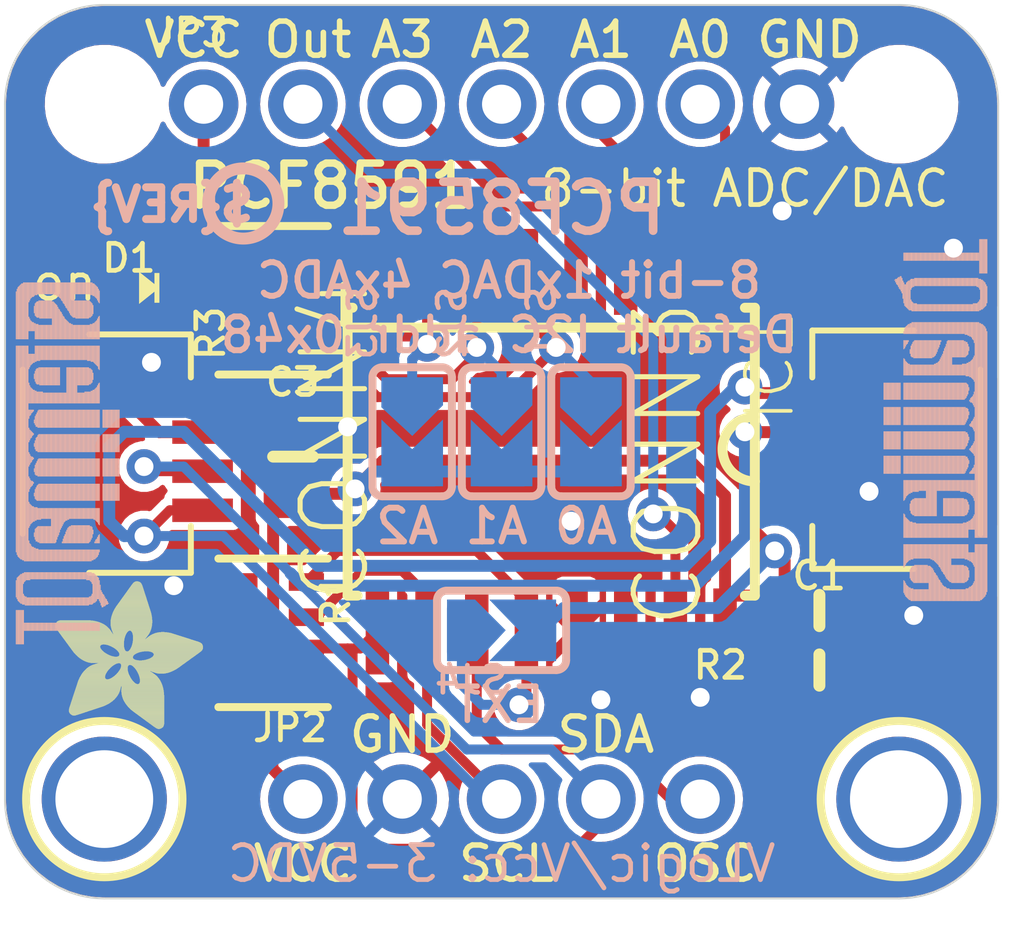
<source format=kicad_pcb>
(kicad_pcb (version 20221018) (generator pcbnew)
  (layers (0 "F.Cu" signal) (31 "B.Cu" signal) (34 "B.Paste" user) (35 "F.Paste" user) (36 "B.SilkS" user "B.Silkscreen") (37 "F.SilkS" user "F.Silkscreen") (38 "B.Mask" user) (39 "F.Mask" user) (44 "Edge.Cuts" user))
  (net 0 "")
  (net 1 "GND")
  (net 2 "SDA")
  (net 3 "SCL")
  (net 4 "VCC")
  (net 5 "AOUT")
  (net 6 "N$4")
  (net 7 "OSC")
  (net 8 "A2")
  (net 9 "A1")
  (net 10 "A0")
  (net 11 "EXT")
  (net 12 "AIN0")
  (net 13 "AIN1")
  (net 14 "AIN2")
  (net 15 "AIN3")
  (net 16 "N$1")
  (footprint "working:MOUNTINGHOLE_2.5_PLATED" (layer "F.Cu") (at 158.6611 113.8936)
    (fp_text reference "U$21" hide)
    (fp_text value "MOUNTINGHOLE2.5" hide)
    (pad "P$1" thru_hole circle (at 0 0) (size 3.2 3.2) (drill 2.5) (layers "*.Cu" "*.Mask"))
    (zone (net 0) (net_name "") (layer "F.Cu") (connect_pads (clearance 0)) (min_thickness 0.25)
      (keepout (tracks not_allowed) (vias not_allowed) (pads not_allowed) (copperpour not_allowed) (footprints allowed))
      (fill (thermal_gap 0.5) (thermal_bridge_width 0.5))
      (polygon (pts (xy 160.6771 113.8936) (xy 160.65748 113.613027) (xy 160.599004 113.337915) (xy 160.502808 113.073619) (xy 160.370765 112.825283) (xy 160.205446 112.59774) (xy 160.010067 112.39542) (xy 159.788433 112.22226) (xy 159.544856 112.081631) (xy 159.284078 111.97627) (xy 159.011175 111.908228) (xy 158.731457 111.878828) (xy 158.450371 111.888644) (xy 158.173385 111.937484) (xy 157.905893 112.024397) (xy 157.6531 112.147693) (xy 157.419926 112.30497) (xy 157.210911 112.493169) (xy 157.030122 112.708625) (xy 156.881078 112.947145) (xy 156.76668 113.204087) (xy 156.689154 113.47445) (xy 156.650011 113.752971) (xy 156.650011 114.034229) (xy 156.689154 114.31275) (xy 156.76668 114.583113) (xy 156.881078 114.840055) (xy 157.030122 115.078575) (xy 157.210911 115.294031) (xy 157.419926 115.48223) (xy 157.6531 115.639507) (xy 157.905893 115.762803) (xy 158.173385 115.849716) (xy 158.450371 115.898556) (xy 158.731457 115.908372) (xy 159.011175 115.878972) (xy 159.284078 115.81093) (xy 159.544856 115.705569) (xy 159.788433 115.56494) (xy 160.010067 115.39178) (xy 160.205446 115.18946) (xy 160.370765 114.961917) (xy 160.502808 114.713581) (xy 160.599004 114.449285) (xy 160.65748 114.174173)))
      (polygon (pts (xy 158.6451 113.8936) (xy 158.649786 113.904914) (xy 158.6611 113.9096) (xy 158.672414 113.904914) (xy 158.6771 113.8936) (xy 158.672414 113.882286) (xy 158.6611 113.8776) (xy 158.649786 113.882286)))
    )
    (zone (net 0) (net_name "") (layer "B.Cu") (connect_pads (clearance 0)) (min_thickness 0.25)
      (keepout (tracks not_allowed) (vias not_allowed) (pads not_allowed) (copperpour not_allowed) (footprints allowed))
      (fill (thermal_gap 0.5) (thermal_bridge_width 0.5))
      (polygon (pts (xy 160.6771 113.8936) (xy 160.65748 113.613027) (xy 160.599004 113.337915) (xy 160.502808 113.073619) (xy 160.370765 112.825283) (xy 160.205446 112.59774) (xy 160.010067 112.39542) (xy 159.788433 112.22226) (xy 159.544856 112.081631) (xy 159.284078 111.97627) (xy 159.011175 111.908228) (xy 158.731457 111.878828) (xy 158.450371 111.888644) (xy 158.173385 111.937484) (xy 157.905893 112.024397) (xy 157.6531 112.147693) (xy 157.419926 112.30497) (xy 157.210911 112.493169) (xy 157.030122 112.708625) (xy 156.881078 112.947145) (xy 156.76668 113.204087) (xy 156.689154 113.47445) (xy 156.650011 113.752971) (xy 156.650011 114.034229) (xy 156.689154 114.31275) (xy 156.76668 114.583113) (xy 156.881078 114.840055) (xy 157.030122 115.078575) (xy 157.210911 115.294031) (xy 157.419926 115.48223) (xy 157.6531 115.639507) (xy 157.905893 115.762803) (xy 158.173385 115.849716) (xy 158.450371 115.898556) (xy 158.731457 115.908372) (xy 159.011175 115.878972) (xy 159.284078 115.81093) (xy 159.544856 115.705569) (xy 159.788433 115.56494) (xy 160.010067 115.39178) (xy 160.205446 115.18946) (xy 160.370765 114.961917) (xy 160.502808 114.713581) (xy 160.599004 114.449285) (xy 160.65748 114.174173)))
      (polygon (pts (xy 158.6451 113.8936) (xy 158.649786 113.904914) (xy 158.6611 113.9096) (xy 158.672414 113.904914) (xy 158.6771 113.8936) (xy 158.672414 113.882286) (xy 158.6611 113.8776) (xy 158.649786 113.882286)))
    )
  )
  (footprint "working:FIDUCIAL_1MM" (layer "F.Cu") (at 138.0871 98.6536)
    (fp_text reference "FID3" hide)
    (fp_text value "FIDUCIAL_1MM" hide)
    (pad "1" smd roundrect (at 0 0) (size 1 1) (layers "F.Cu" "F.Mask") (roundrect_rratio 0.5))
  )
  (footprint "working:CHIPLED_0603_NOOUTLINE" (layer "F.Cu") (at 139.4841 100.8126 -90)
    (fp_text reference "D1" (at -0.762 1.27) (layer "F.SilkS") (effects (font (size 0.692831 0.692831) (thickness 0.119969)) (justify left)))
    (fp_text value "GREEN")
    (pad "A" smd rect (at 0 0.75 270) (size 0.8 0.8) (layers "F.Cu" "F.Paste" "F.Mask") (net 4 "VCC"))
    (pad "C" smd rect (at 0 -0.75 270) (size 0.8 0.8) (layers "F.Cu" "F.Paste" "F.Mask") (net 16 "N$1"))
  )
  (footprint "working:FIDUCIAL_1MM" (layer "F.Cu") (at 159.8041 110.5916)
    (fp_text reference "FID4" hide)
    (fp_text value "FIDUCIAL_1MM" hide)
    (pad "1" smd roundrect (at 0 0) (size 1 1) (layers "F.Cu" "F.Mask") (roundrect_rratio 0.5))
  )
  (footprint "working:0603-NO" (layer "F.Cu") (at 156.6291 109.0676)
    (fp_text reference "C1" (at -0.762 -0.889) (layer "F.SilkS") (effects (font (size 0.692831 0.692831) (thickness 0.119969)) (justify left)))
    (fp_text value "0.1uF")
    (pad "1" smd rect (at -0.85 0) (size 1.075 1) (layers "F.Cu" "F.Paste" "F.Mask") (net 4 "VCC"))
    (pad "2" smd rect (at 0.85 0) (size 1.075 1) (layers "F.Cu" "F.Paste" "F.Mask") (net 1 "GND"))
  )
  (footprint "working:RESPACK_4X0603" (layer "F.Cu") (at 142.6591 101.1301 90)
    (fp_text reference "R3" (at -1.6 -1.6 90) (layer "F.SilkS") (effects (font (size 0.692831 0.692831) (thickness 0.119969)) (justify left)))
    (fp_text value "10K")
    (pad "1" smd rect (at -1.3 0.85 90) (size 0.45 0.9) (layers "F.Cu" "F.Paste" "F.Mask") (net 10 "A0"))
    (pad "2" smd rect (at -0.4 0.85 90) (size 0.45 0.9) (layers "F.Cu" "F.Paste" "F.Mask") (net 9 "A1"))
    (pad "3" smd rect (at 0.4 0.85 90) (size 0.45 0.9) (layers "F.Cu" "F.Paste" "F.Mask") (net 8 "A2"))
    (pad "4" smd rect (at 1.3 0.85 90) (size 0.45 0.9) (layers "F.Cu" "F.Paste" "F.Mask") (net 1 "GND"))
    (pad "5" smd rect (at 1.3 -0.85 90) (size 0.45 0.9) (layers "F.Cu" "F.Paste" "F.Mask") (net 16 "N$1"))
    (pad "6" smd rect (at 0.4 -0.85 90) (size 0.45 0.9) (layers "F.Cu" "F.Paste" "F.Mask") (net 1 "GND"))
    (pad "7" smd rect (at -0.4 -0.85 90) (size 0.45 0.9) (layers "F.Cu" "F.Paste" "F.Mask") (net 1 "GND"))
    (pad "8" smd rect (at -1.3 -0.85 90) (size 0.45 0.9) (layers "F.Cu" "F.Paste" "F.Mask") (net 1 "GND"))
  )
  (footprint "working:1X07_ROUND_70" (layer "F.Cu") (at 148.5011 96.1136)
    (fp_text reference "JP3" (at -8.9662 -1.8288) (layer "F.SilkS") (effects (font (size 0.692831 0.692831) (thickness 0.119969)) (justify left)))
    (fp_text value "")
    (pad "1" thru_hole circle (at -7.62 0 90) (size 1.778 1.778) (drill 1) (layers "*.Cu" "*.Mask") (net 4 "VCC"))
    (pad "2" thru_hole circle (at -5.08 0 90) (size 1.778 1.778) (drill 1) (layers "*.Cu" "*.Mask") (net 5 "AOUT"))
    (pad "3" thru_hole circle (at -2.54 0 90) (size 1.778 1.778) (drill 1) (layers "*.Cu" "*.Mask") (net 15 "AIN3"))
    (pad "4" thru_hole circle (at 0 0 90) (size 1.778 1.778) (drill 1) (layers "*.Cu" "*.Mask") (net 14 "AIN2"))
    (pad "5" thru_hole circle (at 2.54 0 90) (size 1.778 1.778) (drill 1) (layers "*.Cu" "*.Mask") (net 13 "AIN1"))
    (pad "6" thru_hole circle (at 5.08 0 90) (size 1.778 1.778) (drill 1) (layers "*.Cu" "*.Mask") (net 12 "AIN0"))
    (pad "7" thru_hole circle (at 7.62 0 90) (size 1.778 1.778) (drill 1) (layers "*.Cu" "*.Mask") (net 1 "GND"))
  )
  (footprint "working:RESPACK_4X0603" (layer "F.Cu") (at 142.6591 109.6391 -90)
    (fp_text reference "R1" (at -1.6 -1.6 90) (layer "F.SilkS") (effects (font (size 0.692831 0.692831) (thickness 0.119969)) (justify right)))
    (fp_text value "10K")
    (pad "1" smd rect (at -1.3 0.85 270) (size 0.45 0.9) (layers "F.Cu" "F.Paste" "F.Mask") (net 1 "GND"))
    (pad "2" smd rect (at -0.4 0.85 270) (size 0.45 0.9) (layers "F.Cu" "F.Paste" "F.Mask") (net 4 "VCC"))
    (pad "3" smd rect (at 0.4 0.85 270) (size 0.45 0.9) (layers "F.Cu" "F.Paste" "F.Mask") (net 4 "VCC"))
    (pad "4" smd rect (at 1.3 0.85 270) (size 0.45 0.9) (layers "F.Cu" "F.Paste" "F.Mask"))
    (pad "5" smd rect (at 1.3 -0.85 270) (size 0.45 0.9) (layers "F.Cu" "F.Paste" "F.Mask"))
    (pad "6" smd rect (at 0.4 -0.85 270) (size 0.45 0.9) (layers "F.Cu" "F.Paste" "F.Mask") (net 2 "SDA"))
    (pad "7" smd rect (at -0.4 -0.85 270) (size 0.45 0.9) (layers "F.Cu" "F.Paste" "F.Mask") (net 3 "SCL"))
    (pad "8" smd rect (at -1.3 -0.85 270) (size 0.45 0.9) (layers "F.Cu" "F.Paste" "F.Mask") (net 11 "EXT"))
  )
  (footprint "working:JST_SH4" (layer "F.Cu") (at 158.6611 105.0036 90)
    (fp_text reference "CONN3" (at -4.6 -5.9 90) (layer "F.SilkS") (effects (font (size 1.647139 1.647139) (thickness 0.130861)) (justify left)))
    (fp_text value "STEMMA_I2C_QT" hide)
    (pad "1" smd rect (at -1.5 -2.514 180) (size 1.55 0.6) (layers "F.Cu" "F.Paste" "F.Mask") (net 1 "GND"))
    (pad "2" smd rect (at -0.5 -2.514 180) (size 1.55 0.6) (layers "F.Cu" "F.Paste" "F.Mask") (net 4 "VCC"))
    (pad "3" smd rect (at 0.5 -2.514 180) (size 1.55 0.6) (layers "F.Cu" "F.Paste" "F.Mask") (net 2 "SDA"))
    (pad "4" smd rect (at 1.5 -2.514 180) (size 1.55 0.6) (layers "F.Cu" "F.Paste" "F.Mask") (net 3 "SCL"))
    (pad "MT1" smd rect (at -2.8 1.386 180) (size 1.8 1.2) (layers "F.Cu" "F.Paste" "F.Mask") (net 1 "GND"))
    (pad "MT2" smd rect (at 2.8 1.386 180) (size 1.8 1.2) (layers "F.Cu" "F.Paste" "F.Mask") (net 1 "GND"))
  )
  (footprint "working:JST_SH4" (layer "F.Cu") (at 138.3411 105.0036 -90)
    (fp_text reference "CONN4" (at -4.6 -5.9 90) (layer "F.SilkS") (effects (font (size 1.647139 1.647139) (thickness 0.130861)) (justify right)))
    (fp_text value "STEMMA_I2C_QT" hide)
    (pad "1" smd rect (at -1.5 -2.514) (size 1.55 0.6) (layers "F.Cu" "F.Paste" "F.Mask") (net 1 "GND"))
    (pad "2" smd rect (at -0.5 -2.514) (size 1.55 0.6) (layers "F.Cu" "F.Paste" "F.Mask") (net 4 "VCC"))
    (pad "3" smd rect (at 0.5 -2.514) (size 1.55 0.6) (layers "F.Cu" "F.Paste" "F.Mask") (net 2 "SDA"))
    (pad "4" smd rect (at 1.5 -2.514) (size 1.55 0.6) (layers "F.Cu" "F.Paste" "F.Mask") (net 3 "SCL"))
    (pad "MT1" smd rect (at -2.8 1.386) (size 1.8 1.2) (layers "F.Cu" "F.Paste" "F.Mask") (net 1 "GND"))
    (pad "MT2" smd rect (at 2.8 1.386) (size 1.8 1.2) (layers "F.Cu" "F.Paste" "F.Mask") (net 1 "GND"))
  )
  (footprint "" (layer "F.Cu") (at 138.3411 96.1136)
    (fp_text reference "@HOLE0" hide)
    (fp_text value "" (at 0 0) (layer "F.SilkS") (effects (font (size 1.27 1.27))))
    (pad "" np_thru_hole circle (at 0 0) (size 2.54 2.54) (drill 2.54) (layers "*.Cu" "*.Mask"))
  )
  (footprint "working:0805-NO" (layer "F.Cu") (at 143.1671 105.1306 90)
    (fp_text reference "C3" (at 1.905 -0.762) (layer "F.SilkS") (effects (font (size 0.692831 0.692831) (thickness 0.119969)) (justify left)))
    (fp_text value "10uF")
    (pad "1" smd rect (at -0.95 0 90) (size 1.24 1.5) (layers "F.Cu" "F.Paste" "F.Mask") (net 4 "VCC"))
    (pad "2" smd rect (at 0.95 0 90) (size 1.24 1.5) (layers "F.Cu" "F.Paste" "F.Mask") (net 1 "GND"))
  )
  (footprint "working:MOUNTINGHOLE_2.5_PLATED" (layer "F.Cu") (at 138.3411 113.8936)
    (fp_text reference "U$19" hide)
    (fp_text value "MOUNTINGHOLE2.5" hide)
    (pad "P$1" thru_hole circle (at 0 0) (size 3.2 3.2) (drill 2.5) (layers "*.Cu" "*.Mask"))
    (zone (net 0) (net_name "") (layer "F.Cu") (connect_pads (clearance 0)) (min_thickness 0.25)
      (keepout (tracks not_allowed) (vias not_allowed) (pads not_allowed) (copperpour not_allowed) (footprints allowed))
      (fill (thermal_gap 0.5) (thermal_bridge_width 0.5))
      (polygon (pts (xy 140.3571 113.8936) (xy 140.33748 113.613027) (xy 140.279004 113.337915) (xy 140.182808 113.073619) (xy 140.050765 112.825283) (xy 139.885446 112.59774) (xy 139.690067 112.39542) (xy 139.468433 112.22226) (xy 139.224856 112.081631) (xy 138.964078 111.97627) (xy 138.691175 111.908228) (xy 138.411457 111.878828) (xy 138.130371 111.888644) (xy 137.853385 111.937484) (xy 137.585893 112.024397) (xy 137.3331 112.147693) (xy 137.099926 112.30497) (xy 136.890911 112.493169) (xy 136.710122 112.708625) (xy 136.561078 112.947145) (xy 136.44668 113.204087) (xy 136.369154 113.47445) (xy 136.330011 113.752971) (xy 136.330011 114.034229) (xy 136.369154 114.31275) (xy 136.44668 114.583113) (xy 136.561078 114.840055) (xy 136.710122 115.078575) (xy 136.890911 115.294031) (xy 137.099926 115.48223) (xy 137.3331 115.639507) (xy 137.585893 115.762803) (xy 137.853385 115.849716) (xy 138.130371 115.898556) (xy 138.411457 115.908372) (xy 138.691175 115.878972) (xy 138.964078 115.81093) (xy 139.224856 115.705569) (xy 139.468433 115.56494) (xy 139.690067 115.39178) (xy 139.885446 115.18946) (xy 140.050765 114.961917) (xy 140.182808 114.713581) (xy 140.279004 114.449285) (xy 140.33748 114.174173)))
      (polygon (pts (xy 138.3251 113.8936) (xy 138.329786 113.904914) (xy 138.3411 113.9096) (xy 138.352414 113.904914) (xy 138.3571 113.8936) (xy 138.352414 113.882286) (xy 138.3411 113.8776) (xy 138.329786 113.882286)))
    )
    (zone (net 0) (net_name "") (layer "B.Cu") (connect_pads (clearance 0)) (min_thickness 0.25)
      (keepout (tracks not_allowed) (vias not_allowed) (pads not_allowed) (copperpour not_allowed) (footprints allowed))
      (fill (thermal_gap 0.5) (thermal_bridge_width 0.5))
      (polygon (pts (xy 140.3571 113.8936) (xy 140.33748 113.613027) (xy 140.279004 113.337915) (xy 140.182808 113.073619) (xy 140.050765 112.825283) (xy 139.885446 112.59774) (xy 139.690067 112.39542) (xy 139.468433 112.22226) (xy 139.224856 112.081631) (xy 138.964078 111.97627) (xy 138.691175 111.908228) (xy 138.411457 111.878828) (xy 138.130371 111.888644) (xy 137.853385 111.937484) (xy 137.585893 112.024397) (xy 137.3331 112.147693) (xy 137.099926 112.30497) (xy 136.890911 112.493169) (xy 136.710122 112.708625) (xy 136.561078 112.947145) (xy 136.44668 113.204087) (xy 136.369154 113.47445) (xy 136.330011 113.752971) (xy 136.330011 114.034229) (xy 136.369154 114.31275) (xy 136.44668 114.583113) (xy 136.561078 114.840055) (xy 136.710122 115.078575) (xy 136.890911 115.294031) (xy 137.099926 115.48223) (xy 137.3331 115.639507) (xy 137.585893 115.762803) (xy 137.853385 115.849716) (xy 138.130371 115.898556) (xy 138.411457 115.908372) (xy 138.691175 115.878972) (xy 138.964078 115.81093) (xy 139.224856 115.705569) (xy 139.468433 115.56494) (xy 139.690067 115.39178) (xy 139.885446 115.18946) (xy 140.050765 114.961917) (xy 140.182808 114.713581) (xy 140.279004 114.449285) (xy 140.33748 114.174173)))
      (polygon (pts (xy 138.3251 113.8936) (xy 138.329786 113.904914) (xy 138.3411 113.9096) (xy 138.352414 113.904914) (xy 138.3571 113.8936) (xy 138.352414 113.882286) (xy 138.3411 113.8776) (xy 138.329786 113.882286)))
    )
  )
  (footprint "working:0603-NO" (layer "F.Cu") (at 156.6291 110.5916 180)
    (fp_text reference "R2" (at 1.778 0.127) (layer "F.SilkS") (effects (font (size 0.692831 0.692831) (thickness 0.119969)) (justify right)))
    (fp_text value "1K")
    (pad "1" smd rect (at -0.85 0 180) (size 1.075 1) (layers "F.Cu" "F.Paste" "F.Mask") (net 4 "VCC"))
    (pad "2" smd rect (at 0.85 0 180) (size 1.075 1) (layers "F.Cu" "F.Paste" "F.Mask") (net 6 "N$4"))
  )
  (footprint "working:SO16W" (layer "F.Cu") (at 149.7711 105.0036 180)
    (fp_text reference "IC1" (at -5.588 3.683 90) (layer "F.SilkS") (effects (font (size 1.176528 1.176528) (thickness 0.093472)) (justify right)))
    (fp_text value "PCF8591T")
    (pad "1" smd rect (at -4.445 4.6 180) (size 0.6 2.2) (layers "F.Cu" "F.Paste" "F.Mask") (net 12 "AIN0"))
    (pad "2" smd rect (at -3.175 4.6 180) (size 0.6 2.2) (layers "F.Cu" "F.Paste" "F.Mask") (net 13 "AIN1"))
    (pad "3" smd rect (at -1.905 4.6 180) (size 0.6 2.2) (layers "F.Cu" "F.Paste" "F.Mask") (net 14 "AIN2"))
    (pad "4" smd rect (at -0.635 4.6 180) (size 0.6 2.2) (layers "F.Cu" "F.Paste" "F.Mask") (net 15 "AIN3"))
    (pad "5" smd rect (at 0.635 4.6 180) (size 0.6 2.2) (layers "F.Cu" "F.Paste" "F.Mask") (net 10 "A0"))
    (pad "6" smd rect (at 1.905 4.6 180) (size 0.6 2.2) (layers "F.Cu" "F.Paste" "F.Mask") (net 9 "A1"))
    (pad "7" smd rect (at 3.175 4.6 180) (size 0.6 2.2) (layers "F.Cu" "F.Paste" "F.Mask") (net 8 "A2"))
    (pad "8" smd rect (at 4.445 4.6 180) (size 0.6 2.2) (layers "F.Cu" "F.Paste" "F.Mask") (net 1 "GND"))
    (pad "9" smd rect (at 4.445 -4.6 180) (size 0.6 2.2) (layers "F.Cu" "F.Paste" "F.Mask") (net 2 "SDA"))
    (pad "10" smd rect (at 3.175 -4.6 180) (size 0.6 2.2) (layers "F.Cu" "F.Paste" "F.Mask") (net 3 "SCL"))
    (pad "11" smd rect (at 1.905 -4.6 180) (size 0.6 2.2) (layers "F.Cu" "F.Paste" "F.Mask") (net 7 "OSC"))
    (pad "12" smd rect (at 0.635 -4.6 180) (size 0.6 2.2) (layers "F.Cu" "F.Paste" "F.Mask") (net 11 "EXT"))
    (pad "13" smd rect (at -0.635 -4.6 180) (size 0.6 2.2) (layers "F.Cu" "F.Paste" "F.Mask") (net 1 "GND"))
    (pad "14" smd rect (at -1.905 -4.6 180) (size 0.6 2.2) (layers "F.Cu" "F.Paste" "F.Mask") (net 6 "N$4"))
    (pad "15" smd rect (at -3.175 -4.6 180) (size 0.6 2.2) (layers "F.Cu" "F.Paste" "F.Mask") (net 5 "AOUT"))
    (pad "16" smd rect (at -4.445 -4.6 180) (size 0.6 2.2) (layers "F.Cu" "F.Paste" "F.Mask") (net 4 "VCC"))
  )
  (footprint "working:1X05_ROUND_70" (layer "F.Cu") (at 148.5011 113.8936)
    (fp_text reference "JP2" (at -6.4262 -1.8288) (layer "F.SilkS") (effects (font (size 0.692831 0.692831) (thickness 0.119969)) (justify left)))
    (fp_text value "")
    (pad "1" thru_hole circle (at -5.08 0 90) (size 1.778 1.778) (drill 1) (layers "*.Cu" "*.Mask") (net 4 "VCC"))
    (pad "2" thru_hole circle (at -2.54 0 90) (size 1.778 1.778) (drill 1) (layers "*.Cu" "*.Mask") (net 1 "GND"))
    (pad "3" thru_hole circle (at 0 0 90) (size 1.778 1.778) (drill 1) (layers "*.Cu" "*.Mask") (net 3 "SCL"))
    (pad "4" thru_hole circle (at 2.54 0 90) (size 1.778 1.778) (drill 1) (layers "*.Cu" "*.Mask") (net 2 "SDA"))
    (pad "5" thru_hole circle (at 5.08 0 90) (size 1.778 1.778) (drill 1) (layers "*.Cu" "*.Mask") (net 7 "OSC"))
  )
  (footprint "working:ADAFRUIT_3.5MM" (layer "F.Cu") (at 137.0711 112.1156)
    (fp_text reference "U$22" hide)
    (fp_text value "" hide)
  )
  (footprint "" (layer "F.Cu") (at 158.6611 96.1136)
    (fp_text reference "@HOLE1" hide)
    (fp_text value "" (at 0 0) (layer "F.SilkS") (effects (font (size 1.27 1.27))))
    (pad "" np_thru_hole circle (at 0 0) (size 2.54 2.54) (drill 2.54) (layers "*.Cu" "*.Mask"))
  )
  (footprint "working:STEMMAQT" (layer "B.Cu") (at 158.2801 108.8136 90)
    (fp_text reference "U$30" hide)
    (fp_text value "" hide)
  )
  (footprint "working:SOLDERJUMPER_ARROW_NOPASTE" (layer "B.Cu") (at 148.5011 104.4956 -90)
    (fp_text reference "SJ2" (at -1.778 1.27 -270) (layer "B.SilkS") (effects (font (size 0.692831 0.692831) (thickness 0.119969)) (justify right mirror)))
    (fp_text value "")
    (fp_poly (pts (xy 0.106121 -0.002663) (xy -0.679416 -0.7882) (xy -1.3946 -0.7882) (xy -1.3946 0.7882) (xy -0.62715 0.7882)) (fill solid) (layer "B.Cu"))
    (fp_poly (pts (xy 1.3946 -0.7882) (xy -0.315893 -0.7882) (xy 0.443148 0) (xy -0.315893 0.7882) (xy 1.3946 0.7882)) (fill solid) (layer "B.Cu"))
    (pad "1" smd roundrect (at -1.016 0 270) (size 0.762 1.524) (layers "B.Cu") (net 9 "A1"))
    (pad "2" smd roundrect (at 1.016 0 270) (size 0.762 1.524) (layers "B.Cu") (net 4 "VCC"))
  )
  (footprint "working:SOLDERJUMPER_ARROW_NOPASTE" (layer "B.Cu") (at 148.5011 109.5756)
    (fp_text reference "SJ4" (at -1.778 1.27) (layer "B.SilkS") (effects (font (size 0.692831 0.692831) (thickness 0.119969)) (justify right mirror)))
    (fp_text value "")
    (fp_poly (pts (xy 0.106121 -0.002663) (xy -0.679416 -0.7882) (xy -1.3946 -0.7882) (xy -1.3946 0.7882) (xy -0.62715 0.7882)) (fill solid) (layer "B.Cu"))
    (fp_poly (pts (xy 1.3946 -0.7882) (xy -0.315893 -0.7882) (xy 0.443148 0) (xy -0.315893 0.7882) (xy 1.3946 0.7882)) (fill solid) (layer "B.Cu"))
    (pad "1" smd roundrect (at -1.016 0) (size 0.762 1.524) (layers "B.Cu") (net 11 "EXT"))
    (pad "2" smd roundrect (at 1.016 0) (size 0.762 1.524) (layers "B.Cu") (net 4 "VCC"))
  )
  (footprint "working:SOLDERJUMPER_ARROW_NOPASTE" (layer "B.Cu") (at 150.7871 104.4956 -90)
    (fp_text reference "SJ1" (at -1.778 1.27 -270) (layer "B.SilkS") (effects (font (size 0.692831 0.692831) (thickness 0.119969)) (justify right mirror)))
    (fp_text value "")
    (fp_poly (pts (xy 0.106121 -0.002663) (xy -0.679416 -0.7882) (xy -1.3946 -0.7882) (xy -1.3946 0.7882) (xy -0.62715 0.7882)) (fill solid) (layer "B.Cu"))
    (fp_poly (pts (xy 1.3946 -0.7882) (xy -0.315893 -0.7882) (xy 0.443148 0) (xy -0.315893 0.7882) (xy 1.3946 0.7882)) (fill solid) (layer "B.Cu"))
    (pad "1" smd roundrect (at -1.016 0 270) (size 0.762 1.524) (layers "B.Cu") (net 10 "A0"))
    (pad "2" smd roundrect (at 1.016 0 270) (size 0.762 1.524) (layers "B.Cu") (net 4 "VCC"))
  )
  (footprint "working:SOLDERJUMPER_ARROW_NOPASTE" (layer "B.Cu") (at 146.2151 104.4956 -90)
    (fp_text reference "SJ3" (at -1.778 1.27 -270) (layer "B.SilkS") (effects (font (size 0.692831 0.692831) (thickness 0.119969)) (justify right mirror)))
    (fp_text value "")
    (fp_poly (pts (xy 0.106121 -0.002663) (xy -0.679416 -0.7882) (xy -1.3946 -0.7882) (xy -1.3946 0.7882) (xy -0.62715 0.7882)) (fill solid) (layer "B.Cu"))
    (fp_poly (pts (xy 1.3946 -0.7882) (xy -0.315893 -0.7882) (xy 0.443148 0) (xy -0.315893 0.7882) (xy 1.3946 0.7882)) (fill solid) (layer "B.Cu"))
    (pad "1" smd roundrect (at -1.016 0 270) (size 0.762 1.524) (layers "B.Cu") (net 8 "A2"))
    (pad "2" smd roundrect (at 1.016 0 270) (size 0.762 1.524) (layers "B.Cu") (net 4 "VCC"))
  )
  (footprint "working:STEMMAQT" (layer "B.Cu") (at 138.7221 100.6856 -90)
    (fp_text reference "U$31" hide)
    (fp_text value "" hide)
  )
  (footprint "working:PCBFEAT-REV-040" (layer "B.Cu") (at 141.8971 98.6536 180)
    (fp_text reference "U$25" hide)
    (fp_text value "" hide)
    (fp_text user "${REV}" (at -0.3556 -0.508) (layer "B.SilkS") (effects (font (size 0.8128 0.8128) (thickness 0.2032)) (justify left bottom mirror)))
  )
  (gr_line (start 154.9781 108.6866) (end 154.7241 108.6866) (stroke (width 0.254)) (layer "F.SilkS"))
  (gr_arc (start 154.9781 105.7656) (mid 154.1526 104.9401) (end 154.9781 104.1146) (stroke (width 0.254)) (layer "F.SilkS"))
  (gr_line (start 144.5641 101.8286) (end 154.9781 101.8286) (stroke (width 0.254)) (layer "F.SilkS"))
  (gr_line (start 144.6911 101.3206) (end 144.5641 101.3206) (stroke (width 0.254)) (layer "F.SilkS"))
  (gr_line (start 144.5641 108.6866) (end 144.8181 108.6866) (stroke (width 0.254)) (layer "F.SilkS"))
  (gr_line (start 144.5641 101.3206) (end 144.5641 101.8286) (stroke (width 0.254)) (layer "F.SilkS"))
  (gr_line (start 154.9781 101.8286) (end 154.9781 104.1146) (stroke (width 0.254)) (layer "F.SilkS"))
  (gr_line (start 154.9781 101.3206) (end 154.9781 101.8286) (stroke (width 0.254)) (layer "F.SilkS"))
  (gr_line (start 154.7241 101.3206) (end 154.9781 101.3206) (stroke (width 0.254)) (layer "F.SilkS"))
  (gr_line (start 154.9781 105.7656) (end 154.9781 108.6866) (stroke (width 0.254)) (layer "F.SilkS"))
  (gr_line (start 144.5641 101.8286) (end 144.5641 108.6866) (stroke (width 0.254)) (layer "F.SilkS"))
  (gr_line (start 154.9781 104.1146) (end 154.9781 105.7656) (stroke (width 0.254)) (layer "F.SilkS"))
  (gr_line (start 135.8011 96.1136) (end 135.8011 113.8936) (stroke (width 0.05)) (layer "Edge.Cuts"))
  (gr_line (start 158.6611 93.5736) (end 138.3411 93.5736) (stroke (width 0.05)) (layer "Edge.Cuts"))
  (gr_arc (start 161.2011 113.8936) (mid 160.457151 115.689651) (end 158.6611 116.4336) (stroke (width 0.05)) (layer "Edge.Cuts"))
  (gr_line (start 138.3411 116.4336) (end 158.6611 116.4336) (stroke (width 0.05)) (layer "Edge.Cuts"))
  (gr_line (start 161.2011 113.8936) (end 161.2011 96.1136) (stroke (width 0.05)) (layer "Edge.Cuts"))
  (gr_arc (start 138.3411 116.4336) (mid 136.545049 115.689651) (end 135.8011 113.8936) (stroke (width 0.05)) (layer "Edge.Cuts"))
  (gr_arc (start 158.6611 93.5736) (mid 160.457151 94.317549) (end 161.2011 96.1136) (stroke (width 0.05)) (layer "Edge.Cuts"))
  (gr_arc (start 135.8011 96.1136) (mid 136.545049 94.317549) (end 138.3411 93.5736) (stroke (width 0.05)) (layer "Edge.Cuts"))
  (gr_text "8-bit 1xDAC 4xADC\nDefault I2C addr 0x48" (at 148.6916 101.3206) (layer "B.SilkS") (effects (font (size 0.8636 0.8636) (thickness 0.1524)) (justify mirror)))
  (gr_text "A1" (at 148.3741 106.9086) (layer "B.SilkS") (effects (font (size 0.8636 0.8636) (thickness 0.1524)) (justify mirror)))
  (gr_text "PCF8591" (at 148.5011 98.7806) (layer "B.SilkS") (effects (font (size 1.25222 1.25222) (thickness 0.22098)) (justify mirror)))
  (gr_text "VLogic/Vcc: 3-5VDC" (at 148.5011 115.5446) (layer "B.SilkS") (effects (font (size 0.89408 0.89408) (thickness 0.12192)) (justify mirror)))
  (gr_text "A0" (at 150.6601 106.9086) (layer "B.SilkS") (effects (font (size 0.8636 0.8636) (thickness 0.1524)) (justify mirror)))
  (gr_text "A2" (at 146.0881 106.9086) (layer "B.SilkS") (effects (font (size 0.8636 0.8636) (thickness 0.1524)) (justify mirror)))
  (gr_text "EXT" (at 148.4376 111.4806) (layer "B.SilkS") (effects (font (size 0.87376 0.87376) (thickness 0.14224)) (justify mirror)))
  (gr_text "A2" (at 148.5011 94.4626) (layer "F.SilkS") (effects (font (size 0.87376 0.87376) (thickness 0.14224))))
  (gr_text "A0" (at 153.5811 94.4626) (layer "F.SilkS") (effects (font (size 0.87376 0.87376) (thickness 0.14224))))
  (gr_text "GND" (at 145.9611 112.2426) (layer "F.SilkS") (effects (font (size 0.87376 0.87376) (thickness 0.14224))))
  (gr_text "VCC" (at 143.4211 115.5446) (layer "F.SilkS") (effects (font (size 0.87376 0.87376) (thickness 0.14224))))
  (gr_text "A1" (at 151.0411 94.4626) (layer "F.SilkS") (effects (font (size 0.87376 0.87376) (thickness 0.14224))))
  (gr_text "SCL" (at 148.6281 115.5446) (layer "F.SilkS") (effects (font (size 0.87376 0.87376) (thickness 0.14224))))
  (gr_text "on" (at 136.4361 101.1936) (layer "F.SilkS") (effects (font (size 0.89408 0.89408) (thickness 0.12192)) (justify left bottom)))
  (gr_text "OSC" (at 153.7081 115.5446) (layer "F.SilkS") (effects (font (size 0.87376 0.87376) (thickness 0.14224))))
  (gr_text "PCF8591" (at 144.1196 98.2091) (layer "F.SilkS") (effects (font (size 1.0795 1.0795) (thickness 0.1905))))
  (gr_text "8-bit ADC/DAC" (at 154.7241 98.2726) (layer "F.SilkS") (effects (font (size 0.89408 0.89408) (thickness 0.12192))))
  (gr_text "Out" (at 143.5481 94.4626) (layer "F.SilkS") (effects (font (size 0.87376 0.87376) (thickness 0.14224))))
  (gr_text "A3" (at 145.9611 94.4626) (layer "F.SilkS") (effects (font (size 0.87376 0.87376) (thickness 0.14224))))
  (gr_text "GND" (at 156.3751 94.4626) (layer "F.SilkS") (effects (font (size 0.87376 0.87376) (thickness 0.14224))))
  (gr_text "VCC" (at 140.6271 94.4626) (layer "F.SilkS") (effects (font (size 0.87376 0.87376) (thickness 0.14224))))
  (gr_text "SDA" (at 151.1681 112.2426) (layer "F.SilkS") (effects (font (size 0.87376 0.87376) (thickness 0.14224))))
  (via (at 150.2791 106.7816) (size 0.889) (drill 0.4826) (layers "F.Cu" "B.Cu") (net 1))
  (via (at 144.5641 104.3686) (size 0.889) (drill 0.4826) (layers "F.Cu" "B.Cu") (net 1))
  (via (at 160.0581 99.7966) (size 0.889) (drill 0.4826) (layers "F.Cu" "B.Cu") (net 1))
  (via (at 153.5811 111.2901) (size 0.889) (drill 0.4826) (layers "F.Cu" "B.Cu") (net 1))
  (via (at 157.8991 106.0196) (size 0.889) (drill 0.4826) (layers "F.Cu" "B.Cu") (net 1))
  (via (at 140.1191 108.4326) (size 0.889) (drill 0.4826) (layers "F.Cu" "B.Cu") (net 1))
  (via (at 155.6766 98.8441) (size 0.889) (drill 0.4826) (layers "F.Cu" "B.Cu") (net 1))
  (via (at 139.5476 102.7176) (size 0.889) (drill 0.4826) (layers "F.Cu" "B.Cu") (net 1))
  (via (at 159.0421 109.1946) (size 0.889) (drill 0.4826) (layers "F.Cu" "B.Cu") (net 1))
  (via (at 151.0411 111.3536) (size 0.889) (drill 0.4826) (layers "F.Cu" "B.Cu") (net 1))
  (segment (start 156.1471 104.5036) (end 154.7321 104.5036) (width 0.3048) (layer "F.Cu") (net 2))
  (segment (start 151.0411 114.5286) (end 151.0411 113.8936) (width 0.254) (layer "F.Cu") (net 2))
  (segment (start 144.8906 110.0391) (end 144.5641 110.0391) (width 0.254) (layer "F.Cu") (net 2))
  (segment (start 154.7321 104.5036) (end 154.7241 104.4956) (width 0.3048) (layer "F.Cu") (net 2))
  (segment (start 150.4061 115.1636) (end 151.0411 114.5286) (width 0.254) (layer "F.Cu") (net 2))
  (segment (start 144.5641 110.0391) (end 143.5091 110.0391) (width 0.254) (layer "F.Cu") (net 2))
  (segment (start 145.3261 109.6036) (end 144.8906 110.0391) (width 0.254) (layer "F.Cu") (net 2))
  (segment (start 140.8551 105.5036) (end 139.4761 105.5036) (width 0.254) (layer "F.Cu") (net 2))
  (segment (start 145.3261 115.1636) (end 150.4061 115.1636) (width 0.254) (layer "F.Cu") (net 2))
  (segment (start 144.6911 114.5286) (end 145.3261 115.1636) (width 0.254) (layer "F.Cu") (net 2))
  (segment (start 139.4761 105.5036) (end 139.3571 105.3846) (width 0.254) (layer "F.Cu") (net 2))
  (segment (start 144.5641 110.0391) (end 144.6911 110.1661) (width 0.254) (layer "F.Cu") (net 2))
  (segment (start 144.6911 110.1661) (end 144.6911 114.5286) (width 0.254) (layer "F.Cu") (net 2))
  (via (at 139.3571 105.3846) (size 0.889) (drill 0.4826) (layers "F.Cu" "B.Cu") (net 2))
  (via (at 154.7241 104.4956) (size 0.889) (drill 0.4826) (layers "F.Cu" "B.Cu") (net 2))
  (segment (start 143.1036 108.1151) (end 147.6121 112.6236) (width 0.254) (layer "B.Cu") (net 2))
  (segment (start 143.4211 108.4326) (end 143.1036 108.1151) (width 0.3048) (layer "B.Cu") (net 2))
  (segment (start 139.3571 105.3846) (end 140.3731 105.3846) (width 0.254) (layer "B.Cu") (net 2))
  (segment (start 140.3731 105.3846) (end 143.1036 108.1151) (width 0.254) (layer "B.Cu") (net 2))
  (segment (start 153.454096 108.4326) (end 154.7241 107.1626) (width 0.3048) (layer "B.Cu") (net 2))
  (segment (start 154.7241 107.1626) (end 154.7241 104.4956) (width 0.3048) (layer "B.Cu") (net 2))
  (segment (start 147.6121 112.6236) (end 149.7711 112.6236) (width 0.254) (layer "B.Cu") (net 2))
  (segment (start 149.7711 112.6236) (end 151.0411 113.8936) (width 0.254) (layer "B.Cu") (net 2))
  (segment (start 153.454096 108.4326) (end 143.4211 108.4326) (width 0.3048) (layer "B.Cu") (net 2))
  (segment (start 140.8551 106.5036) (end 140.0161 106.5036) (width 0.254) (layer "F.Cu") (net 3))
  (segment (start 146.5961 108.6866) (end 146.5961 109.6036) (width 0.254) (layer "F.Cu") (net 3))
  (segment (start 140.0161 106.5036) (end 139.3571 107.1626) (width 0.254) (layer "F.Cu") (net 3))
  (segment (start 156.1471 103.5036) (end 154.8751 103.5036) (width 0.3048) (layer "F.Cu") (net 3))
  (segment (start 144.9451 108.0516) (end 145.9611 108.0516) (width 0.254) (layer "F.Cu") (net 3))
  (segment (start 145.9611 108.0516) (end 146.5961 108.6866) (width 0.254) (layer "F.Cu") (net 3))
  (segment (start 143.5091 109.2391) (end 143.7576 109.2391) (width 0.254) (layer "F.Cu") (net 3))
  (segment (start 148.5011 113.8936) (end 146.5961 111.9886) (width 0.254) (layer "F.Cu") (net 3))
  (segment (start 143.7576 109.2391) (end 144.9451 108.0516) (width 0.254) (layer "F.Cu") (net 3))
  (segment (start 154.8751 103.5036) (end 154.7241 103.3526) (width 0.3048) (layer "F.Cu") (net 3))
  (segment (start 146.5961 111.9886) (end 146.5961 109.6036) (width 0.254) (layer "F.Cu") (net 3))
  (via (at 139.3571 107.1626) (size 0.889) (drill 0.4826) (layers "F.Cu" "B.Cu") (net 3))
  (via (at 154.7241 103.3526) (size 0.889) (drill 0.4826) (layers "F.Cu" "B.Cu") (net 3))
  (segment (start 153.8351 103.9876) (end 153.8351 107.2896) (width 0.3048) (layer "B.Cu") (net 3))
  (segment (start 140.3731 104.4956) (end 138.8491 104.4956) (width 0.3048) (layer "B.Cu") (net 3))
  (segment (start 143.8021 107.9246) (end 140.3731 104.4956) (width 0.3048) (layer "B.Cu") (net 3))
  (segment (start 138.8491 107.1626) (end 139.3571 107.1626) (width 0.3048) (layer "B.Cu") (net 3))
  (segment (start 148.1201 113.8936) (end 148.5011 113.8936) (width 0.254) (layer "B.Cu") (net 3))
  (segment (start 139.3571 107.1626) (end 141.3891 107.1626) (width 0.254) (layer "B.Cu") (net 3))
  (segment (start 138.4681 104.876597) (end 138.4681 106.7816) (width 0.3048) (layer "B.Cu") (net 3))
  (segment (start 141.3891 107.1626) (end 148.1201 113.8936) (width 0.254) (layer "B.Cu") (net 3))
  (segment (start 154.4701 103.3526) (end 153.8351 103.9876) (width 0.3048) (layer "B.Cu") (net 3))
  (segment (start 154.7241 103.3526) (end 154.4701 103.3526) (width 0.3048) (layer "B.Cu") (net 3))
  (segment (start 138.8491 104.4956) (end 138.4681 104.876597) (width 0.3048) (layer "B.Cu") (net 3))
  (segment (start 153.2001 107.9246) (end 143.8021 107.9246) (width 0.3048) (layer "B.Cu") (net 3))
  (segment (start 153.8351 107.2896) (end 153.2001 107.9246) (width 0.3048) (layer "B.Cu") (net 3))
  (segment (start 138.4681 106.7816) (end 138.8491 107.1626) (width 0.3048) (layer "B.Cu") (net 3))
  (segment (start 154.3431 108.6866) (end 154.2161 108.5596) (width 0.3048) (layer "F.Cu") (net 4))
  (segment (start 153.3191 105.2336) (end 145.4721 105.2336) (width 0.3048) (layer "F.Cu") (net 4))
  (segment (start 155.7401 107.7976) (end 155.7401 108.6866) (width 0.3048) (layer "F.Cu") (net 4))
  (segment (start 155.7791 109.0676) (end 155.7401 109.0676) (width 0.3048) (layer "F.Cu") (net 4))
  (segment (start 155.7791 109.0676) (end 155.8671 109.0676) (width 0.3048) (layer "F.Cu") (net 4))
  (segment (start 145.4721 105.2336) (end 144.7521 105.9536) (width 0.3048) (layer "F.Cu") (net 4))
  (segment (start 154.2161 108.5596) (end 154.2161 106.1306) (width 0.3048) (layer "F.Cu") (net 4))
  (segment (start 155.7401 108.6866) (end 155.7401 109.0676) (width 0.3048) (layer "F.Cu") (net 4))
  (segment (start 143.1011 106.0806) (end 143.1671 106.0806) (width 0.3048) (layer "F.Cu") (net 4))
  (segment (start 141.8916 109.3216) (end 142.6591 109.3216) (width 0.3048) (layer "F.Cu") (net 4))
  (segment (start 140.8551 104.5036) (end 139.746096 104.5036) (width 0.3048) (layer "F.Cu") (net 4))
  (segment (start 142.6591 106.1466) (end 142.9131 105.8926) (width 0.3048) (layer "F.Cu") (net 4))
  (segment (start 142.6401 110.0391) (end 142.6401 113.1126) (width 0.3048) (layer "F.Cu") (net 4))
  (segment (start 144.7521 105.9536) (end 144.6251 106.0806) (width 0.3048) (layer "F.Cu") (net 4))
  (segment (start 141.8091 110.0391) (end 142.6401 110.0391) (width 0.3048) (layer "F.Cu") (net 4))
  (segment (start 141.8916 109.3216) (end 141.8091 109.2391) (width 0.3048) (layer "F.Cu") (net 4))
  (segment (start 142.9131 105.8926) (end 143.1011 106.0806) (width 0.3048) (layer "F.Cu") (net 4))
  (segment (start 155.4861 107.5436) (end 155.7401 107.7976) (width 0.3048) (layer "F.Cu") (net 4))
  (segment (start 144.7521 105.9536) (end 144.7546 105.9561) (width 0.3048) (layer "F.Cu") (net 4))
  (segment (start 154.2161 109.6036) (end 154.2161 108.5596) (width 0.3048) (layer "F.Cu") (net 4))
  (segment (start 138.7341 103.491604) (end 139.746096 104.5036) (width 0.3048) (layer "F.Cu") (net 4))
  (segment (start 138.7341 100.8126) (end 138.7341 103.491604) (width 0.3048) (layer "F.Cu") (net 4))
  (segment (start 157.3911 110.5916) (end 155.8671 109.0676) (width 0.3048) (layer "F.Cu") (net 4))
  (segment (start 154.9781 107.0356) (end 155.4861 107.5436) (width 0.3048) (layer "F.Cu") (net 4))
  (segment (start 142.6591 109.3216) (end 142.6591 106.1466) (width 0.3048) (layer "F.Cu") (net 4))
  (segment (start 140.8811 96.1136) (end 140.8811 98.1456) (width 0.3048) (layer "F.Cu") (net 4))
  (segment (start 140.8811 98.1456) (end 138.7341 100.2926) (width 0.3048) (layer "F.Cu") (net 4))
  (segment (start 157.3911 110.5916) (end 157.4791 110.5916) (width 0.3048) (layer "F.Cu") (net 4))
  (segment (start 156.1471 105.5036) (end 155.4941 105.5036) (width 0.3048) (layer "F.Cu") (net 4))
  (segment (start 141.8091 109.2391) (end 141.8091 110.0391) (width 0.3048) (layer "F.Cu") (net 4))
  (segment (start 141.5241 104.5036) (end 140.8551 104.5036) (width 0.3048) (layer "F.Cu") (net 4))
  (segment (start 155.4941 105.5036) (end 154.9781 106.0196) (width 0.3048) (layer "F.Cu") (net 4))
  (segment (start 138.7341 100.2926) (end 138.7341 100.8126) (width 0.3048) (layer "F.Cu") (net 4))
  (segment (start 143.1671 106.0806) (end 144.6251 106.0806) (width 0.3048) (layer "F.Cu") (net 4))
  (segment (start 154.2161 106.1306) (end 153.3191 105.2336) (width 0.3048) (layer "F.Cu") (net 4))
  (segment (start 141.5241 104.5036) (end 142.9131 105.8926) (width 0.3048) (layer "F.Cu") (net 4))
  (segment (start 155.7401 108.6866) (end 154.3431 108.6866) (width 0.3048) (layer "F.Cu") (net 4))
  (segment (start 154.9781 106.0196) (end 154.9781 107.0356) (width 0.3048) (layer "F.Cu") (net 4))
  (segment (start 142.6401 113.1126) (end 143.4211 113.8936) (width 0.3048) (layer "F.Cu") (net 4))
  (via (at 155.4861 107.5436) (size 0.889) (drill 0.4826) (layers "F.Cu" "B.Cu") (net 4))
  (via (at 144.7546 105.9561) (size 0.889) (drill 0.4826) (layers "F.Cu" "B.Cu") (net 4))
  (segment (start 154.0256 109.0041) (end 155.4861 107.5436) (width 0.3048) (layer "B.Cu") (net 4))
  (segment (start 149.5171 109.5756) (end 150.0886 109.0041) (width 0.3048) (layer "B.Cu") (net 4))
  (segment (start 146.2151 105.5116) (end 145.1991 105.5116) (width 0.3048) (layer "B.Cu") (net 4))
  (segment (start 150.0886 109.0041) (end 154.0256 109.0041) (width 0.3048) (layer "B.Cu") (net 4))
  (segment (start 145.1991 105.5116) (end 144.7546 105.9561) (width 0.3048) (layer "B.Cu") (net 4))
  (segment (start 146.2151 105.5116) (end 148.5011 105.5116) (width 0.3048) (layer "B.Cu") (net 4))
  (segment (start 148.5011 105.5116) (end 150.7871 105.5116) (width 0.3048) (layer "B.Cu") (net 4))
  (segment (start 152.380343 106.596844) (end 152.507343 106.596844) (width 0.254) (layer "F.Cu") (net 5))
  (segment (start 152.9461 107.0356) (end 152.507343 106.596844) (width 0.254) (layer "F.Cu") (net 5))
  (segment (start 152.9461 109.6036) (end 152.9461 107.0356) (width 0.254) (layer "F.Cu") (net 5))
  (via (at 152.380343 106.596844) (size 0.889) (drill 0.4826) (layers "F.Cu" "B.Cu") (net 5))
  (segment (start 143.4211 96.1136) (end 145.1991 97.8916) (width 0.254) (layer "B.Cu") (net 5))
  (segment (start 152.380343 102.151844) (end 148.1201 97.8916) (width 0.254) (layer "B.Cu") (net 5))
  (segment (start 148.1201 97.8916) (end 145.1991 97.8916) (width 0.254) (layer "B.Cu") (net 5))
  (segment (start 152.380343 102.151844) (end 152.380343 106.596844) (width 0.254) (layer "B.Cu") (net 5))
  (segment (start 152.903893 112.1156) (end 155.4861 112.1156) (width 0.254) (layer "F.Cu") (net 6))
  (segment (start 151.6761 110.887807) (end 152.903893 112.1156) (width 0.254) (layer "F.Cu") (net 6))
  (segment (start 151.6761 109.6036) (end 151.6761 110.887807) (width 0.254) (layer "F.Cu") (net 6))
  (segment (start 155.4861 112.1156) (end 155.7791 111.8226) (width 0.254) (layer "F.Cu") (net 6))
  (segment (start 155.7791 111.8226) (end 155.7791 110.5916) (width 0.254) (layer "F.Cu") (net 6))
  (segment (start 152.8191 113.8936) (end 151.5491 112.6236) (width 0.254) (layer "F.Cu") (net 7))
  (segment (start 152.8191 113.8936) (end 153.5811 113.8936) (width 0.254) (layer "F.Cu") (net 7))
  (segment (start 147.8661 109.6036) (end 147.8661 111.9886) (width 0.254) (layer "F.Cu") (net 7))
  (segment (start 148.5011 112.6236) (end 151.5491 112.6236) (width 0.254) (layer "F.Cu") (net 7))
  (segment (start 147.8661 111.9886) (end 148.5011 112.6236) (width 0.254) (layer "F.Cu") (net 7))
  (segment (start 146.5961 102.258) (end 146.3953 102.0572) (width 0.254) (layer "F.Cu") (net 8))
  (segment (start 144.4419 101.386375) (end 145.112725 102.0572) (width 0.254) (layer "F.Cu") (net 8))
  (segment (start 144.4419 101.0714) (end 144.4419 101.386375) (width 0.254) (layer "F.Cu") (net 8))
  (segment (start 146.5961 100.4036) (end 146.5961 102.258) (width 0.254) (layer "F.Cu") (net 8))
  (segment (start 146.3953 102.0572) (end 145.112725 102.0572) (width 0.254) (layer "F.Cu") (net 8))
  (segment (start 144.4419 101.0714) (end 144.1006 100.7301) (width 0.254) (layer "F.Cu") (net 8))
  (segment (start 144.1006 100.7301) (end 143.5091 100.7301) (width 0.254) (layer "F.Cu") (net 8))
  (via (at 146.5961 102.258) (size 0.889) (drill 0.4826) (layers "F.Cu" "B.Cu") (net 8))
  (segment (start 146.2151 103.4796) (end 146.2151 102.639) (width 0.254) (layer "B.Cu") (net 8))
  (segment (start 146.2151 102.639) (end 146.5961 102.258) (width 0.254) (layer "B.Cu") (net 8))
  (segment (start 147.8661 102.3366) (end 147.8661 100.4036) (width 0.254) (layer "F.Cu") (net 9))
  (segment (start 145.558343 103.1494) (end 143.939043 101.5301) (width 0.254) (layer "F.Cu") (net 9))
  (segment (start 147.2311 103.1494) (end 145.558343 103.1494) (width 0.254) (layer "F.Cu") (net 9))
  (segment (start 147.8661 102.5144) (end 147.8661 102.3366) (width 0.254) (layer "F.Cu") (net 9))
  (segment (start 147.2311 103.1494) (end 147.8661 102.5144) (width 0.254) (layer "F.Cu") (net 9))
  (segment (start 143.939043 101.5301) (end 143.5091 101.5301) (width 0.254) (layer "F.Cu") (net 9))
  (via (at 147.8661 102.3366) (size 0.889) (drill 0.4826) (layers "F.Cu" "B.Cu") (net 9))
  (segment (start 148.5011 103.4796) (end 148.5011 102.9716) (width 0.254) (layer "B.Cu") (net 9))
  (segment (start 148.5011 102.9716) (end 147.8661 102.3366) (width 0.254) (layer "B.Cu") (net 9))
  (segment (start 145.3261 103.6066) (end 144.1496 102.4301) (width 0.254) (layer "F.Cu") (net 10))
  (segment (start 144.1496 102.4301) (end 143.5091 102.4301) (width 0.254) (layer "F.Cu") (net 10))
  (segment (start 149.1361 101.5746) (end 149.1361 100.4036) (width 0.254) (layer "F.Cu") (net 10))
  (segment (start 148.6281 103.6066) (end 149.8981 102.3366) (width 0.254) (layer "F.Cu") (net 10))
  (segment (start 149.8981 102.3366) (end 149.1361 101.5746) (width 0.254) (layer "F.Cu") (net 10))
  (segment (start 145.3261 103.6066) (end 148.6281 103.6066) (width 0.254) (layer "F.Cu") (net 10))
  (via (at 149.8981 102.3366) (size 0.889) (drill 0.4826) (layers "F.Cu" "B.Cu") (net 10))
  (segment (start 150.7871 103.2256) (end 149.8981 102.3366) (width 0.254) (layer "B.Cu") (net 10))
  (segment (start 150.7871 103.4796) (end 150.7871 103.2256) (width 0.254) (layer "B.Cu") (net 10))
  (segment (start 143.5091 108.3391) (end 143.5146 108.3391) (width 0.254) (layer "F.Cu") (net 11))
  (segment (start 149.1361 109.6036) (end 149.1361 111.2901) (width 0.254) (layer "F.Cu") (net 11))
  (segment (start 149.1361 108.8136) (end 149.1361 109.6036) (width 0.254) (layer "F.Cu") (net 11))
  (segment (start 149.1361 111.2901) (end 148.9456 111.4806) (width 0.254) (layer "F.Cu") (net 11))
  (segment (start 143.5146 108.3391) (end 144.3101 107.5436) (width 0.254) (layer "F.Cu") (net 11))
  (segment (start 147.8661 107.5436) (end 149.1361 108.8136) (width 0.254) (layer "F.Cu") (net 11))
  (segment (start 144.3101 107.5436) (end 147.8661 107.5436) (width 0.254) (layer "F.Cu") (net 11))
  (via (at 148.9456 111.4806) (size 0.889) (drill 0.4826) (layers "F.Cu" "B.Cu") (net 11))
  (segment (start 147.4851 110.9726) (end 147.4851 109.5756) (width 0.254) (layer "B.Cu") (net 11))
  (segment (start 148.9456 111.4806) (end 147.9931 111.4806) (width 0.254) (layer "B.Cu") (net 11))
  (segment (start 147.9931 111.4806) (end 147.4851 110.9726) (width 0.254) (layer "B.Cu") (net 11))
  (segment (start 154.2161 100.4036) (end 154.2161 96.7486) (width 0.254) (layer "F.Cu") (net 12))
  (segment (start 154.2161 96.7486) (end 153.5811 96.1136) (width 0.254) (layer "F.Cu") (net 12))
  (segment (start 152.9461 100.4036) (end 152.9461 98.7806) (width 0.254) (layer "F.Cu") (net 13))
  (segment (start 151.0411 96.8756) (end 151.0411 96.1136) (width 0.254) (layer "F.Cu") (net 13))
  (segment (start 152.9461 98.7806) (end 151.0411 96.8756) (width 0.254) (layer "F.Cu") (net 13))
  (segment (start 151.6761 100.4036) (end 151.6761 99.1616) (width 0.254) (layer "F.Cu") (net 14))
  (segment (start 151.6761 99.1616) (end 150.1521 97.6376) (width 0.254) (layer "F.Cu") (net 14))
  (segment (start 149.6441 97.6376) (end 148.5011 96.4946) (width 0.254) (layer "F.Cu") (net 14))
  (segment (start 148.5011 96.4946) (end 148.5011 96.1136) (width 0.254) (layer "F.Cu") (net 14))
  (segment (start 150.1521 97.6376) (end 149.6441 97.6376) (width 0.254) (layer "F.Cu") (net 14))
  (segment (start 148.650325 98.7298) (end 146.034125 96.1136) (width 0.254) (layer "F.Cu") (net 15))
  (segment (start 150.4061 100.4036) (end 150.4061 99.2378) (width 0.254) (layer "F.Cu") (net 15))
  (segment (start 150.4061 99.2378) (end 149.8981 98.7298) (width 0.254) (layer "F.Cu") (net 15))
  (segment (start 146.034125 96.1136) (end 145.9611 96.1136) (width 0.254) (layer "F.Cu") (net 15))
  (segment (start 149.8981 98.7298) (end 148.650325 98.7298) (width 0.254) (layer "F.Cu") (net 15))
  (segment (start 140.2341 100.8126) (end 141.2801 99.7666) (width 0.254) (layer "F.Cu") (net 16))
  (segment (start 141.7456 99.7666) (end 141.8091 99.8301) (width 0.254) (layer "F.Cu") (net 16))
  (segment (start 141.7456 99.7666) (end 141.2801 99.7666) (width 0.254) (layer "F.Cu") (net 16))
  (zone (net 1) (net_name "GND") (layer "F.Cu") (priority 6) (connect_pads (clearance 0.000001)) (min_thickness 0.127) (fill yes (thermal_gap 0.304) (thermal_bridge_width 0.304))
    (polygon (pts (xy 161.3281 116.5606) (xy 135.6741 116.5606) (xy 135.6741 93.4466) (xy 161.3281 93.4466)))
  )
  (zone (net 1) (net_name "GND") (layer "B.Cu") (priority 6) (connect_pads (clearance 0.000001)) (min_thickness 0.127) (fill yes (thermal_gap 0.304) (thermal_bridge_width 0.304))
    (polygon (pts (xy 161.3281 116.5606) (xy 135.6741 116.5606) (xy 135.6741 93.4466) (xy 161.3281 93.4466)))
  )
)
</source>
